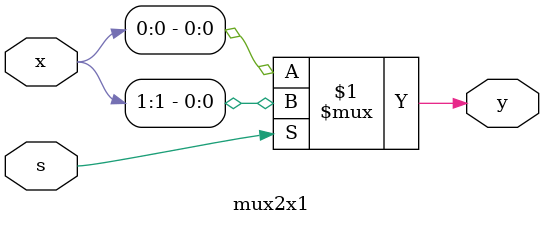
<source format=v>
`timescale 1ns / 1ps


module mux2x1(output y, input [1:0]x, input s);

    //Logic
   assign y = s ? x[1] : x[0];
    
endmodule

</source>
